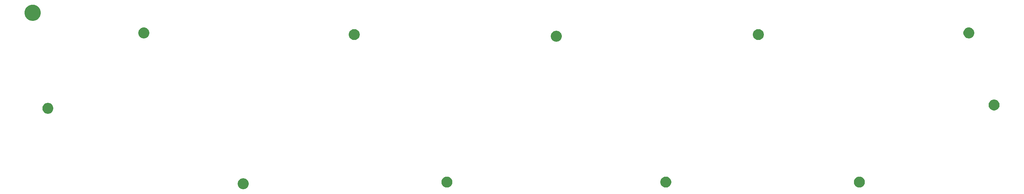
<source format=gbs>
G04 #@! TF.GenerationSoftware,KiCad,Pcbnew,(6.0.0-rc1-dev-1215-g431bdc7a3)*
G04 #@! TF.CreationDate,2018-12-02T19:35:57+01:00*
G04 #@! TF.ProjectId,wave,77617665-2e6b-4696-9361-645f70636258,rev?*
G04 #@! TF.SameCoordinates,Original*
G04 #@! TF.FileFunction,Soldermask,Bot*
G04 #@! TF.FilePolarity,Negative*
%FSLAX46Y46*%
G04 Gerber Fmt 4.6, Leading zero omitted, Abs format (unit mm)*
G04 Created by KiCad (PCBNEW (6.0.0-rc1-dev-1215-g431bdc7a3)) date 2018 December 02, Sunday 19:35:57*
%MOMM*%
%LPD*%
G01*
G04 APERTURE LIST*
%ADD10C,0.100000*%
G04 APERTURE END LIST*
D10*
G36*
X64965087Y19162884D02*
X65064970Y19143016D01*
X65347234Y19026099D01*
X65601265Y18856361D01*
X65817301Y18640325D01*
X65987039Y18386294D01*
X66103956Y18104030D01*
X66163560Y17804380D01*
X66163560Y17498860D01*
X66103956Y17199210D01*
X65987039Y16916946D01*
X65817301Y16662915D01*
X65601265Y16446879D01*
X65347234Y16277141D01*
X65064970Y16160224D01*
X64965087Y16140356D01*
X64765322Y16100620D01*
X64459798Y16100620D01*
X64260033Y16140356D01*
X64160150Y16160224D01*
X63877886Y16277141D01*
X63623855Y16446879D01*
X63407819Y16662915D01*
X63238081Y16916946D01*
X63121164Y17199210D01*
X63061560Y17498860D01*
X63061560Y17804380D01*
X63121164Y18104030D01*
X63238081Y18386294D01*
X63407819Y18640325D01*
X63623855Y18856361D01*
X63877886Y19026099D01*
X64160150Y19143016D01*
X64260033Y19162884D01*
X64459798Y19202620D01*
X64765322Y19202620D01*
X64965087Y19162884D01*
X64965087Y19162884D01*
G37*
G36*
X239272587Y19639134D02*
X239372470Y19619266D01*
X239654734Y19502349D01*
X239908765Y19332611D01*
X240124801Y19116575D01*
X240294539Y18862544D01*
X240411456Y18580280D01*
X240471060Y18280630D01*
X240471060Y17975110D01*
X240411456Y17675460D01*
X240294539Y17393196D01*
X240124801Y17139165D01*
X239908765Y16923129D01*
X239654734Y16753391D01*
X239372470Y16636474D01*
X239272587Y16616606D01*
X239072822Y16576870D01*
X238767298Y16576870D01*
X238567533Y16616606D01*
X238467650Y16636474D01*
X238185386Y16753391D01*
X237931355Y16923129D01*
X237715319Y17139165D01*
X237545581Y17393196D01*
X237428664Y17675460D01*
X237369060Y17975110D01*
X237369060Y18280630D01*
X237428664Y18580280D01*
X237545581Y18862544D01*
X237715319Y19116575D01*
X237931355Y19332611D01*
X238185386Y19502349D01*
X238467650Y19619266D01*
X238567533Y19639134D01*
X238767298Y19678870D01*
X239072822Y19678870D01*
X239272587Y19639134D01*
X239272587Y19639134D01*
G37*
G36*
X184503837Y19639134D02*
X184603720Y19619266D01*
X184885984Y19502349D01*
X185140015Y19332611D01*
X185356051Y19116575D01*
X185525789Y18862544D01*
X185642706Y18580280D01*
X185702310Y18280630D01*
X185702310Y17975110D01*
X185642706Y17675460D01*
X185525789Y17393196D01*
X185356051Y17139165D01*
X185140015Y16923129D01*
X184885984Y16753391D01*
X184603720Y16636474D01*
X184503837Y16616606D01*
X184304072Y16576870D01*
X183998548Y16576870D01*
X183798783Y16616606D01*
X183698900Y16636474D01*
X183416636Y16753391D01*
X183162605Y16923129D01*
X182946569Y17139165D01*
X182776831Y17393196D01*
X182659914Y17675460D01*
X182600310Y17975110D01*
X182600310Y18280630D01*
X182659914Y18580280D01*
X182776831Y18862544D01*
X182946569Y19116575D01*
X183162605Y19332611D01*
X183416636Y19502349D01*
X183698900Y19619266D01*
X183798783Y19639134D01*
X183998548Y19678870D01*
X184304072Y19678870D01*
X184503837Y19639134D01*
X184503837Y19639134D01*
G37*
G36*
X122591337Y19639134D02*
X122691220Y19619266D01*
X122973484Y19502349D01*
X123227515Y19332611D01*
X123443551Y19116575D01*
X123613289Y18862544D01*
X123730206Y18580280D01*
X123789810Y18280630D01*
X123789810Y17975110D01*
X123730206Y17675460D01*
X123613289Y17393196D01*
X123443551Y17139165D01*
X123227515Y16923129D01*
X122973484Y16753391D01*
X122691220Y16636474D01*
X122591337Y16616606D01*
X122391572Y16576870D01*
X122086048Y16576870D01*
X121886283Y16616606D01*
X121786400Y16636474D01*
X121504136Y16753391D01*
X121250105Y16923129D01*
X121034069Y17139165D01*
X120864331Y17393196D01*
X120747414Y17675460D01*
X120687810Y17975110D01*
X120687810Y18280630D01*
X120747414Y18580280D01*
X120864331Y18862544D01*
X121034069Y19116575D01*
X121250105Y19332611D01*
X121504136Y19502349D01*
X121786400Y19619266D01*
X121886283Y19639134D01*
X122086048Y19678870D01*
X122391572Y19678870D01*
X122591337Y19639134D01*
X122591337Y19639134D01*
G37*
G36*
X9720087Y40594134D02*
X9819970Y40574266D01*
X10102234Y40457349D01*
X10356265Y40287611D01*
X10572301Y40071575D01*
X10742039Y39817544D01*
X10858956Y39535280D01*
X10918560Y39235630D01*
X10918560Y38930110D01*
X10858956Y38630460D01*
X10742039Y38348196D01*
X10572301Y38094165D01*
X10356265Y37878129D01*
X10102234Y37708391D01*
X9819970Y37591474D01*
X9720087Y37571606D01*
X9520322Y37531870D01*
X9214798Y37531870D01*
X9015033Y37571606D01*
X8915150Y37591474D01*
X8632886Y37708391D01*
X8378855Y37878129D01*
X8162819Y38094165D01*
X7993081Y38348196D01*
X7876164Y38630460D01*
X7816560Y38930110D01*
X7816560Y39235630D01*
X7876164Y39535280D01*
X7993081Y39817544D01*
X8162819Y40071575D01*
X8378855Y40287611D01*
X8632886Y40457349D01*
X8915150Y40574266D01*
X9015033Y40594134D01*
X9214798Y40633870D01*
X9520322Y40633870D01*
X9720087Y40594134D01*
X9720087Y40594134D01*
G37*
G36*
X277372587Y41546634D02*
X277472470Y41526766D01*
X277754734Y41409849D01*
X278008765Y41240111D01*
X278224801Y41024075D01*
X278394539Y40770044D01*
X278511456Y40487780D01*
X278571060Y40188130D01*
X278571060Y39882610D01*
X278511456Y39582960D01*
X278394539Y39300696D01*
X278224801Y39046665D01*
X278008765Y38830629D01*
X277754734Y38660891D01*
X277472470Y38543974D01*
X277372587Y38524106D01*
X277172822Y38484370D01*
X276867298Y38484370D01*
X276667533Y38524106D01*
X276567650Y38543974D01*
X276285386Y38660891D01*
X276031355Y38830629D01*
X275815319Y39046665D01*
X275645581Y39300696D01*
X275528664Y39582960D01*
X275469060Y39882610D01*
X275469060Y40188130D01*
X275528664Y40487780D01*
X275645581Y40770044D01*
X275815319Y41024075D01*
X276031355Y41240111D01*
X276285386Y41409849D01*
X276567650Y41526766D01*
X276667533Y41546634D01*
X276867298Y41586370D01*
X277172822Y41586370D01*
X277372587Y41546634D01*
X277372587Y41546634D01*
G37*
G36*
X153547587Y61072884D02*
X153647470Y61053016D01*
X153929734Y60936099D01*
X154183765Y60766361D01*
X154399801Y60550325D01*
X154569539Y60296294D01*
X154686456Y60014030D01*
X154746060Y59714380D01*
X154746060Y59408860D01*
X154686456Y59109210D01*
X154569539Y58826946D01*
X154399801Y58572915D01*
X154183765Y58356879D01*
X153929734Y58187141D01*
X153647470Y58070224D01*
X153547587Y58050356D01*
X153347822Y58010620D01*
X153042298Y58010620D01*
X152842533Y58050356D01*
X152742650Y58070224D01*
X152460386Y58187141D01*
X152206355Y58356879D01*
X151990319Y58572915D01*
X151820581Y58826946D01*
X151703664Y59109210D01*
X151644060Y59408860D01*
X151644060Y59714380D01*
X151703664Y60014030D01*
X151820581Y60296294D01*
X151990319Y60550325D01*
X152206355Y60766361D01*
X152460386Y60936099D01*
X152742650Y61053016D01*
X152842533Y61072884D01*
X153042298Y61112620D01*
X153347822Y61112620D01*
X153547587Y61072884D01*
X153547587Y61072884D01*
G37*
G36*
X210697587Y61549134D02*
X210797470Y61529266D01*
X211079734Y61412349D01*
X211333765Y61242611D01*
X211549801Y61026575D01*
X211719539Y60772544D01*
X211836456Y60490280D01*
X211896060Y60190630D01*
X211896060Y59885110D01*
X211836456Y59585460D01*
X211719539Y59303196D01*
X211549801Y59049165D01*
X211333765Y58833129D01*
X211079734Y58663391D01*
X210797470Y58546474D01*
X210697587Y58526606D01*
X210497822Y58486870D01*
X210192298Y58486870D01*
X209992533Y58526606D01*
X209892650Y58546474D01*
X209610386Y58663391D01*
X209356355Y58833129D01*
X209140319Y59049165D01*
X208970581Y59303196D01*
X208853664Y59585460D01*
X208794060Y59885110D01*
X208794060Y60190630D01*
X208853664Y60490280D01*
X208970581Y60772544D01*
X209140319Y61026575D01*
X209356355Y61242611D01*
X209610386Y61412349D01*
X209892650Y61529266D01*
X209992533Y61549134D01*
X210192298Y61588870D01*
X210497822Y61588870D01*
X210697587Y61549134D01*
X210697587Y61549134D01*
G37*
G36*
X96397587Y61549134D02*
X96497470Y61529266D01*
X96779734Y61412349D01*
X97033765Y61242611D01*
X97249801Y61026575D01*
X97419539Y60772544D01*
X97536456Y60490280D01*
X97596060Y60190630D01*
X97596060Y59885110D01*
X97536456Y59585460D01*
X97419539Y59303196D01*
X97249801Y59049165D01*
X97033765Y58833129D01*
X96779734Y58663391D01*
X96497470Y58546474D01*
X96397587Y58526606D01*
X96197822Y58486870D01*
X95892298Y58486870D01*
X95692533Y58526606D01*
X95592650Y58546474D01*
X95310386Y58663391D01*
X95056355Y58833129D01*
X94840319Y59049165D01*
X94670581Y59303196D01*
X94553664Y59585460D01*
X94494060Y59885110D01*
X94494060Y60190630D01*
X94553664Y60490280D01*
X94670581Y60772544D01*
X94840319Y61026575D01*
X95056355Y61242611D01*
X95310386Y61412349D01*
X95592650Y61529266D01*
X95692533Y61549134D01*
X95892298Y61588870D01*
X96197822Y61588870D01*
X96397587Y61549134D01*
X96397587Y61549134D01*
G37*
G36*
X270228837Y62025384D02*
X270328720Y62005516D01*
X270610984Y61888599D01*
X270865015Y61718861D01*
X271081051Y61502825D01*
X271250789Y61248794D01*
X271367706Y60966530D01*
X271427310Y60666880D01*
X271427310Y60361360D01*
X271367706Y60061710D01*
X271250789Y59779446D01*
X271081051Y59525415D01*
X270865015Y59309379D01*
X270610984Y59139641D01*
X270328720Y59022724D01*
X270228837Y59002856D01*
X270029072Y58963120D01*
X269723548Y58963120D01*
X269523783Y59002856D01*
X269423900Y59022724D01*
X269141636Y59139641D01*
X268887605Y59309379D01*
X268671569Y59525415D01*
X268501831Y59779446D01*
X268384914Y60061710D01*
X268325310Y60361360D01*
X268325310Y60666880D01*
X268384914Y60966530D01*
X268501831Y61248794D01*
X268671569Y61502825D01*
X268887605Y61718861D01*
X269141636Y61888599D01*
X269423900Y62005516D01*
X269523783Y62025384D01*
X269723548Y62065120D01*
X270029072Y62065120D01*
X270228837Y62025384D01*
X270228837Y62025384D01*
G37*
G36*
X36866337Y62025384D02*
X36966220Y62005516D01*
X37248484Y61888599D01*
X37502515Y61718861D01*
X37718551Y61502825D01*
X37888289Y61248794D01*
X38005206Y60966530D01*
X38064810Y60666880D01*
X38064810Y60361360D01*
X38005206Y60061710D01*
X37888289Y59779446D01*
X37718551Y59525415D01*
X37502515Y59309379D01*
X37248484Y59139641D01*
X36966220Y59022724D01*
X36866337Y59002856D01*
X36666572Y58963120D01*
X36361048Y58963120D01*
X36161283Y59002856D01*
X36061400Y59022724D01*
X35779136Y59139641D01*
X35525105Y59309379D01*
X35309069Y59525415D01*
X35139331Y59779446D01*
X35022414Y60061710D01*
X34962810Y60361360D01*
X34962810Y60666880D01*
X35022414Y60966530D01*
X35139331Y61248794D01*
X35309069Y61502825D01*
X35525105Y61718861D01*
X35779136Y61888599D01*
X36061400Y62005516D01*
X36161283Y62025384D01*
X36361048Y62065120D01*
X36666572Y62065120D01*
X36866337Y62025384D01*
X36866337Y62025384D01*
G37*
G36*
X5530213Y68485907D02*
X5752487Y68441694D01*
X6171242Y68268240D01*
X6548112Y68016424D01*
X6868614Y67695922D01*
X7120430Y67319052D01*
X7293884Y66900297D01*
X7382310Y66455749D01*
X7382310Y66002491D01*
X7293884Y65557943D01*
X7120430Y65139188D01*
X6868614Y64762318D01*
X6548112Y64441816D01*
X6171242Y64190000D01*
X5752487Y64016546D01*
X5530213Y63972333D01*
X5307940Y63928120D01*
X4854680Y63928120D01*
X4632407Y63972333D01*
X4410133Y64016546D01*
X3991378Y64190000D01*
X3614508Y64441816D01*
X3294006Y64762318D01*
X3042190Y65139188D01*
X2868736Y65557943D01*
X2780310Y66002491D01*
X2780310Y66455749D01*
X2868736Y66900297D01*
X3042190Y67319052D01*
X3294006Y67695922D01*
X3614508Y68016424D01*
X3991378Y68268240D01*
X4410133Y68441694D01*
X4632407Y68485907D01*
X4854680Y68530120D01*
X5307940Y68530120D01*
X5530213Y68485907D01*
X5530213Y68485907D01*
G37*
M02*

</source>
